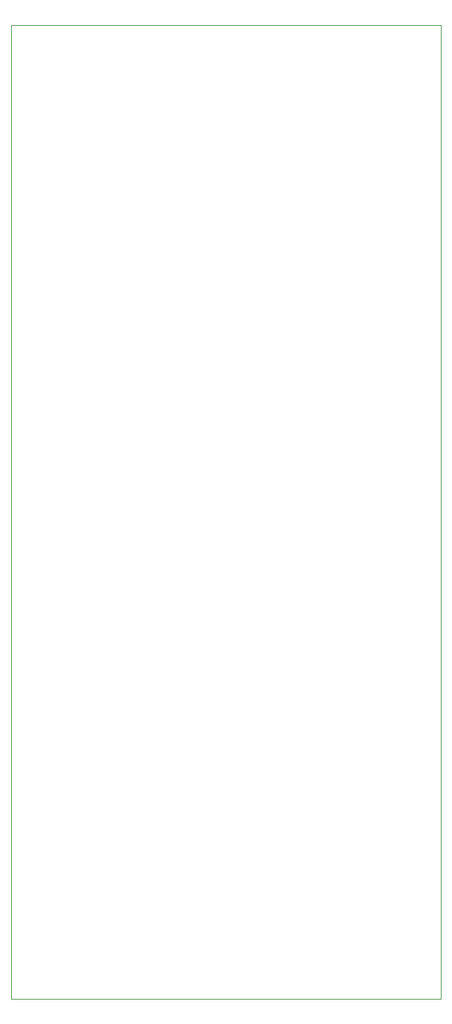
<source format=gbr>
G04 (created by PCBNEW (22-Jun-2014 BZR 4027)-stable) date Tue Mar 31 02:57:52 2015*
%MOIN*%
G04 Gerber Fmt 3.4, Leading zero omitted, Abs format*
%FSLAX34Y34*%
G01*
G70*
G90*
G04 APERTURE LIST*
%ADD10C,0.00590551*%
%ADD11C,0.00393701*%
G04 APERTURE END LIST*
G54D10*
G54D11*
X52755Y-5708D02*
X73326Y-5708D01*
X52755Y-52263D02*
X52755Y-5708D01*
X73326Y-52263D02*
X52755Y-52263D01*
X73326Y-5708D02*
X73326Y-52263D01*
M02*

</source>
